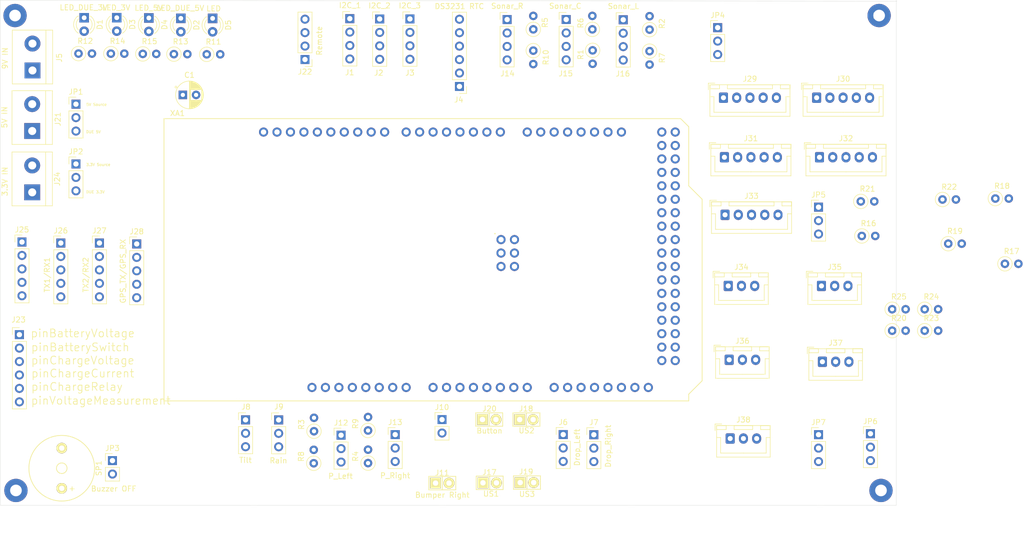
<source format=kicad_pcb>
(kicad_pcb (version 20171130) (host pcbnew "(5.1.9)-1")
  (layers (0 F.Cu signal) (31 B.Cu signal) (34 B.Paste user) (35 F.Paste user) (36 B.SilkS user) (37 F.SilkS user) (38 B.Mask user) (39 F.Mask user) (44 Edge.Cuts user))
  (net 0 "")
  (net 1 SCL1)
  (net 2 SDA1)
  (net 3 GND)
  (net 4 +9V)
  (net 5 pinMotorRightPWM)
  (net 6 pinMotorEnable)
  (net 7 pinMotorRightDir)
  (net 8 pinMotorLeftPWM)
  (net 9 pinMotorLeftDir)
  (net 10 pinMotorMowPWM)
  (net 11 pinMotorMowDir)
  (net 12 pinMotorMowEnable)
  (net 13 pinOdometryRight)
  (net 14 pinOdometryLeft)
  (net 15 pinDropLeft)
  (net 16 pinBumperLeft)
  (net 17 pinBumperRight)
  (net 18 pinDropRight)
  (net 19 pinBuzzer)
  (net 20 pinRemoteSwitch)
  (net 21 pinButton)
  (net 22 pinChargeRelay)
  (net 23 pinUserSwitch3)
  (net 24 pinUserSwitch2)
  (net 25 pinUserSwitch1)
  (net 26 pinRain)
  (net 27 pinSonarLeftEcho)
  (net 28 pinTilt)
  (net 29 pinSonarLeftTrigger)
  (net 30 pinSonarRightEcho)
  (net 31 pinSonarRightTrigger)
  (net 32 pinSonarCenterTrigger)
  (net 33 pinSonarCenterEcho)
  (net 34 pinChargeVoltage)
  (net 35 pinChargeCurrent)
  (net 36 pinVoltageMeasurement)
  (net 37 pinPerimeterLeft)
  (net 38 pinPerimeterRight)
  (net 39 pinBatteryVoltage)
  (net 40 pinRemoteSteer)
  (net 41 pinRemoteMow)
  (net 42 pinLED)
  (net 43 pinRemoteSpeed)
  (net 44 pinBatterySwitch)
  (net 45 SCL0)
  (net 46 SDA0)
  (net 47 "Net-(C1-Pad2)")
  (net 48 TX2)
  (net 49 RX2)
  (net 50 TX1)
  (net 51 RX1)
  (net 52 pinMotorMowRpm)
  (net 53 "Net-(D1-Pad2)")
  (net 54 "Net-(D2-Pad2)")
  (net 55 "Net-(J12-Pad3)")
  (net 56 "Net-(J13-Pad3)")
  (net 57 "Net-(D4-Pad2)")
  (net 58 "Net-(D5-Pad2)")
  (net 59 "Net-(J14-Pad3)")
  (net 60 "Net-(J29-Pad4)")
  (net 61 TX0)
  (net 62 RX0)
  (net 63 GPS_RX)
  (net 64 GPS_TX)
  (net 65 +3V3)
  (net 66 +5V)
  (net 67 DUE_3.3V)
  (net 68 DUE_5V)
  (net 69 pinOdometryRight2)
  (net 70 pinOdometryLeft2)
  (net 71 "Net-(D3-Pad2)")
  (net 72 "Net-(J15-Pad3)")
  (net 73 "Net-(J16-Pad3)")
  (net 74 "Net-(J21-Pad2)")
  (net 75 "Net-(J24-Pad2)")
  (net 76 "Net-(JP3-Pad2)")
  (net 77 pinMotorRight2PWM)
  (net 78 pinMotorLeft2PWM)
  (net 79 "Net-(J37-Pad1)")
  (net 80 "Net-(J38-Pad1)")
  (net 81 "Net-(J33-Pad4)")
  (net 82 "Net-(J34-Pad2)")
  (net 83 "Net-(J34-Pad1)")
  (net 84 "Net-(J35-Pad1)")
  (net 85 "Net-(J36-Pad1)")
  (net 86 "Net-(J38-Pad2)")
  (module Connector_JST:JST_XH_B3B-XH-A_1x03_P2.50mm_Vertical (layer F.Cu) (at 177 118.32)
    (fp_text reference J38 (at 2.5 -3.55) (layer F.SilkS))
    (fp_text value ODOCutter)
    (pad 3 thru_hole oval (at 5 0) (size 1.7 1.95) (drill 0.95) (layers *.Cu *.Mask) (net 3 GND))
    (pad 2 thru_hole oval (at 2.5 0) (size 1.7 1.95) (drill 0.95) (layers *.Cu *.Mask) (net 86 "Net-(J38-Pad2)"))
    (pad 1 thru_hole roundrect (at 0 0) (size 1.7 1.95) (drill 0.95) (layers *.Cu *.Mask) (roundrect_rratio 0.147059) (net 80 "Net-(J38-Pad1)"))
  )
  (module Connector_JST:JST_XH_B3B-XH-A_1x03_P2.50mm_Vertical (layer F.Cu) (at 194.41 103.81)
    (fp_text reference J37 (at 2.5 -3.55) (layer F.SilkS))
    (fp_text value ODOLeft2)
    (pad 3 thru_hole oval (at 5 0) (size 1.7 1.95) (drill 0.95) (layers *.Cu *.Mask) (net 3 GND))
    (pad 2 thru_hole oval (at 2.5 0) (size 1.7 1.95) (drill 0.95) (layers *.Cu *.Mask) (net 82 "Net-(J34-Pad2)"))
    (pad 1 thru_hole roundrect (at 0 0) (size 1.7 1.95) (drill 0.95) (layers *.Cu *.Mask) (roundrect_rratio 0.147059) (net 79 "Net-(J37-Pad1)"))
  )
  (module Connector_JST:JST_XH_B3B-XH-A_1x03_P2.50mm_Vertical (layer F.Cu) (at 176.81 103.44)
    (fp_text reference J36 (at 2.5 -3.55) (layer F.SilkS))
    (fp_text value ODOLeft1)
    (pad 3 thru_hole oval (at 5 0) (size 1.7 1.95) (drill 0.95) (layers *.Cu *.Mask) (net 3 GND))
    (pad 2 thru_hole oval (at 2.5 0) (size 1.7 1.95) (drill 0.95) (layers *.Cu *.Mask) (net 82 "Net-(J34-Pad2)"))
    (pad 1 thru_hole roundrect (at 0 0) (size 1.7 1.95) (drill 0.95) (layers *.Cu *.Mask) (roundrect_rratio 0.147059) (net 85 "Net-(J36-Pad1)"))
  )
  (module Connector_JST:JST_XH_B3B-XH-A_1x03_P2.50mm_Vertical (layer F.Cu) (at 194.23 89.48)
    (fp_text reference J35 (at 2.5 -3.55) (layer F.SilkS))
    (fp_text value ODORight2)
    (pad 3 thru_hole oval (at 5 0) (size 1.7 1.95) (drill 0.95) (layers *.Cu *.Mask) (net 3 GND))
    (pad 2 thru_hole oval (at 2.5 0) (size 1.7 1.95) (drill 0.95) (layers *.Cu *.Mask) (net 82 "Net-(J34-Pad2)"))
    (pad 1 thru_hole roundrect (at 0 0) (size 1.7 1.95) (drill 0.95) (layers *.Cu *.Mask) (roundrect_rratio 0.147059) (net 84 "Net-(J35-Pad1)"))
  )
  (module Connector_JST:JST_XH_B3B-XH-A_1x03_P2.50mm_Vertical (layer F.Cu) (at 176.63 89.48)
    (fp_text reference J34 (at 2.5 -3.55) (layer F.SilkS))
    (fp_text value ODORight1)
    (pad 3 thru_hole oval (at 5 0) (size 1.7 1.95) (drill 0.95) (layers *.Cu *.Mask) (net 3 GND))
    (pad 2 thru_hole oval (at 2.5 0) (size 1.7 1.95) (drill 0.95) (layers *.Cu *.Mask) (net 82 "Net-(J34-Pad2)"))
    (pad 1 thru_hole roundrect (at 0 0) (size 1.7 1.95) (drill 0.95) (layers *.Cu *.Mask) (roundrect_rratio 0.147059) (net 83 "Net-(J34-Pad1)"))
  )
  (module Resistor_THT:R_Axial_DIN0207_L6.3mm_D2.5mm_P2.54mm_Vertical (layer F.Cu) (at 207.58 93.89)
    (fp_text reference R25 (at 1.27 -2.37) (layer F.SilkS))
    (fp_text value 1.5KO)
    (pad 2 thru_hole oval (at 2.54 0) (size 1.6 1.6) (drill 0.8) (layers *.Cu *.Mask) (net 3 GND))
    (pad 1 thru_hole circle (at 0 0) (size 1.6 1.6) (drill 0.8) (layers *.Cu *.Mask) (net 80 "Net-(J38-Pad1)"))
  )
  (module Resistor_THT:R_Axial_DIN0207_L6.3mm_D2.5mm_P2.54mm_Vertical (layer F.Cu) (at 213.72 93.89)
    (fp_text reference R24 (at 1.27 -2.37) (layer F.SilkS))
    (fp_text value 1.5KO)
    (pad 2 thru_hole oval (at 2.54 0) (size 1.6 1.6) (drill 0.8) (layers *.Cu *.Mask) (net 3 GND))
    (pad 1 thru_hole circle (at 0 0) (size 1.6 1.6) (drill 0.8) (layers *.Cu *.Mask) (net 79 "Net-(J37-Pad1)"))
  )
  (module Resistor_THT:R_Axial_DIN0207_L6.3mm_D2.5mm_P2.54mm_Vertical (layer F.Cu) (at 213.72 97.94)
    (fp_text reference R23 (at 1.27 -2.37) (layer F.SilkS))
    (fp_text value 1.5KO)
    (pad 2 thru_hole oval (at 2.54 0) (size 1.6 1.6) (drill 0.8) (layers *.Cu *.Mask) (net 3 GND))
    (pad 1 thru_hole circle (at 0 0) (size 1.6 1.6) (drill 0.8) (layers *.Cu *.Mask) (net 85 "Net-(J36-Pad1)"))
  )
  (module Resistor_THT:R_Axial_DIN0207_L6.3mm_D2.5mm_P2.54mm_Vertical (layer F.Cu) (at 217.08 73.15)
    (fp_text reference R22 (at 1.27 -2.37) (layer F.SilkS))
    (fp_text value 1.5KO)
    (pad 2 thru_hole oval (at 2.54 0) (size 1.6 1.6) (drill 0.8) (layers *.Cu *.Mask) (net 3 GND))
    (pad 1 thru_hole circle (at 0 0) (size 1.6 1.6) (drill 0.8) (layers *.Cu *.Mask) (net 84 "Net-(J35-Pad1)"))
  )
  (module Resistor_THT:R_Axial_DIN0207_L6.3mm_D2.5mm_P2.54mm_Vertical (layer F.Cu) (at 207.58 97.94)
    (fp_text reference R20 (at 1.27 -2.37) (layer F.SilkS))
    (fp_text value 1KO)
    (pad 2 thru_hole oval (at 2.54 0) (size 1.6 1.6) (drill 0.8) (layers *.Cu *.Mask) (net 80 "Net-(J38-Pad1)"))
    (pad 1 thru_hole circle (at 0 0) (size 1.6 1.6) (drill 0.8) (layers *.Cu *.Mask) (net 52 pinMotorMowRpm))
  )
  (module Resistor_THT:R_Axial_DIN0207_L6.3mm_D2.5mm_P2.54mm_Vertical (layer F.Cu) (at 218.17 81.5)
    (fp_text reference R19 (at 1.27 -2.37) (layer F.SilkS))
    (fp_text value 1KO)
    (pad 2 thru_hole oval (at 2.54 0) (size 1.6 1.6) (drill 0.8) (layers *.Cu *.Mask) (net 79 "Net-(J37-Pad1)"))
    (pad 1 thru_hole circle (at 0 0) (size 1.6 1.6) (drill 0.8) (layers *.Cu *.Mask) (net 70 pinOdometryLeft2))
  )
  (module Resistor_THT:R_Axial_DIN0207_L6.3mm_D2.5mm_P2.54mm_Vertical (layer F.Cu) (at 227.06 72.97)
    (fp_text reference R18 (at 1.27 -2.37) (layer F.SilkS))
    (fp_text value 1KO)
    (pad 2 thru_hole oval (at 2.54 0) (size 1.6 1.6) (drill 0.8) (layers *.Cu *.Mask) (net 85 "Net-(J36-Pad1)"))
    (pad 1 thru_hole circle (at 0 0) (size 1.6 1.6) (drill 0.8) (layers *.Cu *.Mask) (net 14 pinOdometryLeft))
  )
  (module Resistor_THT:R_Axial_DIN0207_L6.3mm_D2.5mm_P2.54mm_Vertical (layer F.Cu) (at 228.87 85.3)
    (fp_text reference R17 (at 1.27 -2.37) (layer F.SilkS))
    (fp_text value 1KO)
    (pad 2 thru_hole oval (at 2.54 0) (size 1.6 1.6) (drill 0.8) (layers *.Cu *.Mask) (net 84 "Net-(J35-Pad1)"))
    (pad 1 thru_hole circle (at 0 0) (size 1.6 1.6) (drill 0.8) (layers *.Cu *.Mask) (net 69 pinOdometryRight2))
  )
  (module Connector_PinHeader_2.54mm:PinHeader_1x03_P2.54mm_Vertical (layer F.Cu) (at 193.68 117.59)
    (fp_text reference JP7 (at 0 -2.33) (layer F.SilkS))
    (fp_text value CRPM_Power)
    (pad 3 thru_hole oval (at 0 5.08) (size 1.7 1.7) (drill 1) (layers *.Cu *.Mask) (net 66 +5V))
    (pad 2 thru_hole oval (at 0 2.54) (size 1.7 1.7) (drill 1) (layers *.Cu *.Mask) (net 86 "Net-(J38-Pad2)"))
    (pad 1 thru_hole rect (at 0 0) (size 1.7 1.7) (drill 1) (layers *.Cu *.Mask) (net 65 +3V3))
  )
  (module Connector_PinHeader_2.54mm:PinHeader_1x03_P2.54mm_Vertical (layer F.Cu) (at 203.48 117.41)
    (fp_text reference JP6 (at 0 -2.33) (layer F.SilkS))
    (fp_text value ODO_Power)
    (pad 3 thru_hole oval (at 0 5.08) (size 1.7 1.7) (drill 1) (layers *.Cu *.Mask) (net 66 +5V))
    (pad 2 thru_hole oval (at 0 2.54) (size 1.7 1.7) (drill 1) (layers *.Cu *.Mask) (net 82 "Net-(J34-Pad2)"))
    (pad 1 thru_hole rect (at 0 0) (size 1.7 1.7) (drill 1) (layers *.Cu *.Mask) (net 65 +3V3))
  )
  (module Connector_PinHeader_2.54mm:PinHeader_1x03_P2.54mm_Vertical (layer F.Cu) (at 193.68 74.6)
    (fp_text reference JP5 (at 0 -2.33) (layer F.SilkS))
    (fp_text value Cutter_Power)
    (pad 3 thru_hole oval (at 0 5.08) (size 1.7 1.7) (drill 1) (layers *.Cu *.Mask) (net 66 +5V))
    (pad 2 thru_hole oval (at 0 2.54) (size 1.7 1.7) (drill 1) (layers *.Cu *.Mask) (net 81 "Net-(J33-Pad4)"))
    (pad 1 thru_hole rect (at 0 0) (size 1.7 1.7) (drill 1) (layers *.Cu *.Mask) (net 65 +3V3))
  )
  (module Connector_PinHeader_2.54mm:PinHeader_1x03_P2.54mm_Vertical (layer F.Cu) (at 174.64 40.68)
    (fp_text reference JP4 (at 0 -2.33) (layer F.SilkS))
    (fp_text value Motor_Driver_Power)
    (pad 3 thru_hole oval (at 0 5.08) (size 1.7 1.7) (drill 1) (layers *.Cu *.Mask) (net 66 +5V))
    (pad 2 thru_hole oval (at 0 2.54) (size 1.7 1.7) (drill 1) (layers *.Cu *.Mask) (net 60 "Net-(J29-Pad4)"))
    (pad 1 thru_hole rect (at 0 0) (size 1.7 1.7) (drill 1) (layers *.Cu *.Mask) (net 65 +3V3))
  )
  (module Connector_JST:JST_XH_B5B-XH-A_1x05_P2.50mm_Vertical (layer F.Cu) (at 176.03 76.05)
    (fp_text reference J33 (at 5 -3.55) (layer F.SilkS))
    (fp_text value Cutter_Motor)
    (pad 5 thru_hole oval (at 10 0) (size 1.7 1.95) (drill 0.95) (layers *.Cu *.Mask) (net 3 GND))
    (pad 4 thru_hole oval (at 7.5 0) (size 1.7 1.95) (drill 0.95) (layers *.Cu *.Mask) (net 81 "Net-(J33-Pad4)"))
    (pad 3 thru_hole oval (at 5 0) (size 1.7 1.95) (drill 0.95) (layers *.Cu *.Mask) (net 12 pinMotorMowEnable))
    (pad 2 thru_hole oval (at 2.5 0) (size 1.7 1.95) (drill 0.95) (layers *.Cu *.Mask) (net 11 pinMotorMowDir))
    (pad 1 thru_hole roundrect (at 0 0) (size 1.7 1.95) (drill 0.95) (layers *.Cu *.Mask) (roundrect_rratio 0.147059) (net 10 pinMotorMowPWM))
  )
  (module Connector_JST:JST_XH_B5B-XH-A_1x05_P2.50mm_Vertical (layer F.Cu) (at 193.86 65.17)
    (fp_text reference J32 (at 5 -3.55) (layer F.SilkS))
    (fp_text value Motor_Left2)
    (pad 5 thru_hole oval (at 10 0) (size 1.7 1.95) (drill 0.95) (layers *.Cu *.Mask) (net 3 GND))
    (pad 4 thru_hole oval (at 7.5 0) (size 1.7 1.95) (drill 0.95) (layers *.Cu *.Mask) (net 60 "Net-(J29-Pad4)"))
    (pad 3 thru_hole oval (at 5 0) (size 1.7 1.95) (drill 0.95) (layers *.Cu *.Mask))
    (pad 2 thru_hole oval (at 2.5 0) (size 1.7 1.95) (drill 0.95) (layers *.Cu *.Mask) (net 9 pinMotorLeftDir))
    (pad 1 thru_hole roundrect (at 0 0) (size 1.7 1.95) (drill 0.95) (layers *.Cu *.Mask) (roundrect_rratio 0.147059) (net 78 pinMotorLeft2PWM))
  )
  (module Connector_JST:JST_XH_B5B-XH-A_1x05_P2.50mm_Vertical (layer F.Cu) (at 175.91 65.17)
    (fp_text reference J31 (at 5 -3.55) (layer F.SilkS))
    (fp_text value Motor_Left1)
    (pad 5 thru_hole oval (at 10 0) (size 1.7 1.95) (drill 0.95) (layers *.Cu *.Mask) (net 3 GND))
    (pad 4 thru_hole oval (at 7.5 0) (size 1.7 1.95) (drill 0.95) (layers *.Cu *.Mask) (net 60 "Net-(J29-Pad4)"))
    (pad 3 thru_hole oval (at 5 0) (size 1.7 1.95) (drill 0.95) (layers *.Cu *.Mask) (net 6 pinMotorEnable))
    (pad 2 thru_hole oval (at 2.5 0) (size 1.7 1.95) (drill 0.95) (layers *.Cu *.Mask) (net 9 pinMotorLeftDir))
    (pad 1 thru_hole roundrect (at 0 0) (size 1.7 1.95) (drill 0.95) (layers *.Cu *.Mask) (roundrect_rratio 0.147059) (net 8 pinMotorLeftPWM))
  )
  (module Connector_JST:JST_XH_B5B-XH-A_1x05_P2.50mm_Vertical (layer F.Cu) (at 193.32 53.92)
    (fp_text reference J30 (at 5 -3.55) (layer F.SilkS))
    (fp_text value Motor_Right2)
    (pad 5 thru_hole oval (at 10 0) (size 1.7 1.95) (drill 0.95) (layers *.Cu *.Mask) (net 3 GND))
    (pad 4 thru_hole oval (at 7.5 0) (size 1.7 1.95) (drill 0.95) (layers *.Cu *.Mask) (net 60 "Net-(J29-Pad4)"))
    (pad 3 thru_hole oval (at 5 0) (size 1.7 1.95) (drill 0.95) (layers *.Cu *.Mask))
    (pad 2 thru_hole oval (at 2.5 0) (size 1.7 1.95) (drill 0.95) (layers *.Cu *.Mask) (net 7 pinMotorRightDir))
    (pad 1 thru_hole roundrect (at 0 0) (size 1.7 1.95) (drill 0.95) (layers *.Cu *.Mask) (roundrect_rratio 0.147059) (net 77 pinMotorRight2PWM))
  )
  (module Connector_JST:JST_XH_B5B-XH-A_1x05_P2.50mm_Vertical (layer F.Cu) (at 175.73 53.92)
    (fp_text reference J29 (at 5 -3.55) (layer F.SilkS))
    (fp_text value Motor_Right1)
    (pad 5 thru_hole oval (at 10 0) (size 1.7 1.95) (drill 0.95) (layers *.Cu *.Mask) (net 3 GND))
    (pad 4 thru_hole oval (at 7.5 0) (size 1.7 1.95) (drill 0.95) (layers *.Cu *.Mask) (net 60 "Net-(J29-Pad4)"))
    (pad 3 thru_hole oval (at 5 0) (size 1.7 1.95) (drill 0.95) (layers *.Cu *.Mask) (net 6 pinMotorEnable))
    (pad 2 thru_hole oval (at 2.5 0) (size 1.7 1.95) (drill 0.95) (layers *.Cu *.Mask) (net 7 pinMotorRightDir))
    (pad 1 thru_hole roundrect (at 0 0) (size 1.7 1.95) (drill 0.95) (layers *.Cu *.Mask) (roundrect_rratio 0.147059) (net 5 pinMotorRightPWM))
  )
  (module Resistor_THT:R_Axial_DIN0207_L6.3mm_D2.5mm_P2.54mm_Vertical (layer F.Cu) (at 201.66 73.51)
    (fp_text reference R21 (at 1.27 -2.37) (layer F.SilkS))
    (fp_text value 1.5KO)
    (pad 2 thru_hole oval (at 2.54 0) (size 1.6 1.6) (drill 0.8) (layers *.Cu *.Mask) (net 3 GND))
    (pad 1 thru_hole circle (at 0 0) (size 1.6 1.6) (drill 0.8) (layers *.Cu *.Mask) (net 83 "Net-(J34-Pad1)"))
  )
  (module Resistor_THT:R_Axial_DIN0207_L6.3mm_D2.5mm_P2.54mm_Vertical (layer F.Cu) (at 201.85 80.04)
    (fp_text reference R16 (at 1.27 -2.37) (layer F.SilkS))
    (fp_text value 1KO)
    (pad 2 thru_hole oval (at 2.54 0) (size 1.6 1.6) (drill 0.8) (layers *.Cu *.Mask) (net 83 "Net-(J34-Pad1)"))
    (pad 1 thru_hole circle (at 0 0) (size 1.6 1.6) (drill 0.8) (layers *.Cu *.Mask) (net 13 pinOdometryRight))
  )
  (module Connector_PinHeader_2.54mm:PinHeader_1x03_P2.54mm_Vertical (layer F.Cu) (at 103.54 117.69)
    (fp_text reference J12 (at 0 -2.33) (layer F.SilkS))
    (fp_text value P_Left (at -0.1 7.74) (layer F.SilkS))
    (pad 3 thru_hole oval (at 0 5.08) (size 1.7 1.7) (drill 1) (layers *.Cu *.Mask) (net 55 "Net-(J12-Pad3)"))
    (pad 2 thru_hole oval (at 0 2.54) (size 1.7 1.7) (drill 1) (layers *.Cu *.Mask) (net 3 GND))
    (pad 1 thru_hole rect (at 0 0) (size 1.7 1.7) (drill 1) (layers *.Cu *.Mask) (net 66 +5V))
  )
  (module Connector_PinHeader_2.54mm:PinHeader_1x03_P2.54mm_Vertical (layer F.Cu) (at 113.76 117.58)
    (fp_text reference J13 (at 0 -2.33) (layer F.SilkS))
    (fp_text value P_Right (at 0 7.74) (layer F.SilkS))
    (pad 1 thru_hole rect (at 0 0) (size 1.7 1.7) (drill 1) (layers *.Cu *.Mask) (net 66 +5V))
    (pad 2 thru_hole oval (at 0 2.54) (size 1.7 1.7) (drill 1) (layers *.Cu *.Mask) (net 3 GND))
    (pad 3 thru_hole oval (at 0 5.08) (size 1.7 1.7) (drill 1) (layers *.Cu *.Mask) (net 56 "Net-(J13-Pad3)"))
  )
  (module Connector_PinHeader_2.54mm:PinHeader_1x04_P2.54mm_Vertical (layer F.Cu) (at 134.89 39.15)
    (fp_text reference J14 (at 0.07 10.21) (layer F.SilkS))
    (fp_text value Sonar_R (at 0.02 -2.55) (layer F.SilkS))
    (pad 4 thru_hole oval (at 0 7.62) (size 1.7 1.7) (drill 1) (layers *.Cu *.Mask) (net 31 pinSonarRightTrigger))
    (pad 3 thru_hole oval (at 0 5.08) (size 1.7 1.7) (drill 1) (layers *.Cu *.Mask) (net 59 "Net-(J14-Pad3)"))
    (pad 2 thru_hole oval (at 0 2.54) (size 1.7 1.7) (drill 1) (layers *.Cu *.Mask) (net 3 GND))
    (pad 1 thru_hole rect (at 0 0) (size 1.7 1.7) (drill 1) (layers *.Cu *.Mask) (net 66 +5V))
  )
  (module Connector_PinHeader_2.54mm:PinHeader_1x04_P2.54mm_Vertical (layer F.Cu) (at 146.04 39.14)
    (fp_text reference J15 (at -0.08 10.22) (layer F.SilkS))
    (fp_text value Sonar_C (at -0.18 -2.54) (layer F.SilkS))
    (pad 4 thru_hole oval (at 0 7.62) (size 1.7 1.7) (drill 1) (layers *.Cu *.Mask) (net 32 pinSonarCenterTrigger))
    (pad 3 thru_hole oval (at 0 5.08) (size 1.7 1.7) (drill 1) (layers *.Cu *.Mask) (net 72 "Net-(J15-Pad3)"))
    (pad 2 thru_hole oval (at 0 2.54) (size 1.7 1.7) (drill 1) (layers *.Cu *.Mask) (net 3 GND))
    (pad 1 thru_hole rect (at 0 0) (size 1.7 1.7) (drill 1) (layers *.Cu *.Mask) (net 66 +5V))
  )
  (module Connector_PinHeader_2.54mm:PinHeader_1x02_P2.54mm_Vertical (layer F.Cu) (at 122.6 114.74)
    (fp_text reference J10 (at 0 -2.33) (layer F.SilkS))
    (fp_text value "Bumper Left")
    (pad 2 thru_hole oval (at 0 2.54) (size 1.7 1.7) (drill 1) (layers *.Cu *.Mask) (net 16 pinBumperLeft))
    (pad 1 thru_hole rect (at 0 0) (size 1.7 1.7) (drill 1) (layers *.Cu *.Mask) (net 3 GND))
  )
  (module Zimprich:Pin_Header_KK110_1x02_3D (layer F.Cu) (at 131.51 114.73)
    (fp_text reference J20 (at 0.05 -2.04) (layer F.SilkS))
    (fp_text value Button (at 0.05 2.13) (layer F.SilkS))
    (pad 2 thru_hole oval (at 1.27 0) (size 2.032 2.032) (drill 1.016) (layers *.Cu *.Mask F.SilkS) (net 21 pinButton))
    (pad 1 thru_hole rect (at -1.27 0) (size 2.032 2.032) (drill 1.016) (layers *.Cu *.Mask F.SilkS) (net 3 GND))
  )
  (module TerminalBlock:TerminalBlock_bornier-2_P5.08mm (layer F.Cu) (at 45.23 60.21 90)
    (fp_text reference J21 (at 2.24 4.85 90) (layer F.SilkS))
    (fp_text value "5V IN" (at 2.59 -5.22 90) (layer F.SilkS))
    (pad 2 thru_hole circle (at 5.08 0 90) (size 3 3) (drill 1.52) (layers *.Cu *.Mask) (net 74 "Net-(J21-Pad2)"))
    (pad 1 thru_hole rect (at 0 0 90) (size 3 3) (drill 1.52) (layers *.Cu *.Mask) (net 3 GND))
  )
  (module Connector_PinHeader_2.54mm:PinHeader_1x04_P2.54mm_Vertical (layer F.Cu) (at 96.73 46.7 180)
    (fp_text reference J22 (at 0 -2.33) (layer F.SilkS))
    (fp_text value Remote (at -2.71 3.54 90) (layer F.SilkS))
    (pad 1 thru_hole rect (at 0 0 180) (size 1.7 1.7) (drill 1) (layers *.Cu *.Mask) (net 43 pinRemoteSpeed))
    (pad 2 thru_hole oval (at 0 2.54 180) (size 1.7 1.7) (drill 1) (layers *.Cu *.Mask) (net 40 pinRemoteSteer))
    (pad 3 thru_hole oval (at 0 5.08 180) (size 1.7 1.7) (drill 1) (layers *.Cu *.Mask) (net 41 pinRemoteMow))
    (pad 4 thru_hole oval (at 0 7.62 180) (size 1.7 1.7) (drill 1) (layers *.Cu *.Mask) (net 20 pinRemoteSwitch))
  )
  (module Connector_PinHeader_2.54mm:PinHeader_1x06_P2.54mm_Vertical (layer F.Cu) (at 42.81 98.69)
    (fp_text reference J23 (at -0.15 -2.82) (layer F.SilkS))
    (fp_text value PCB_2)
    (pad 6 thru_hole oval (at 0 12.7) (size 1.7 1.7) (drill 1) (layers *.Cu *.Mask) (net 36 pinVoltageMeasurement))
    (pad 5 thru_hole oval (at 0 10.16) (size 1.7 1.7) (drill 1) (layers *.Cu *.Mask) (net 22 pinChargeRelay))
    (pad 4 thru_hole oval (at 0 7.62) (size 1.7 1.7) (drill 1) (layers *.Cu *.Mask) (net 35 pinChargeCurrent))
    (pad 3 thru_hole oval (at 0 5.08) (size 1.7 1.7) (drill 1) (layers *.Cu *.Mask) (net 34 pinChargeVoltage))
    (pad 2 thru_hole oval (at 0 2.54) (size 1.7 1.7) (drill 1) (layers *.Cu *.Mask) (net 44 pinBatterySwitch))
    (pad 1 thru_hole rect (at 0 0) (size 1.7 1.7) (drill 1) (layers *.Cu *.Mask) (net 39 pinBatteryVoltage))
  )
  (module TerminalBlock:TerminalBlock_bornier-2_P5.08mm (layer F.Cu) (at 45.23 71.8 90)
    (fp_text reference J24 (at 2.52 4.73 90) (layer F.SilkS))
    (fp_text value "3.3V IN" (at 2.05 -5.16 90) (layer F.SilkS))
    (pad 2 thru_hole circle (at 5.08 0 90) (size 3 3) (drill 1.52) (layers *.Cu *.Mask) (net 75 "Net-(J24-Pad2)"))
    (pad 1 thru_hole rect (at 0 0 90) (size 3 3) (drill 1.52) (layers *.Cu *.Mask) (net 3 GND))
  )
  (module Zimprich:Pin_Header_KK110_1x02_3D (layer F.Cu) (at 122.65 126.74)
    (fp_text reference J11 (at -0.03 -1.93) (layer F.SilkS))
    (fp_text value "Bumper Right" (at 0.01 2.25) (layer F.SilkS))
    (pad 2 thru_hole oval (at 1.27 0) (size 2.032 2.032) (drill 1.016) (layers *.Cu *.Mask F.SilkS) (net 17 pinBumperRight))
    (pad 1 thru_hole rect (at -1.27 0) (size 2.032 2.032) (drill 1.016) (layers *.Cu *.Mask F.SilkS) (net 3 GND))
  )
  (module Connector_PinHeader_2.54mm:PinHeader_1x02_P2.54mm_Vertical (layer F.Cu) (at 60.38 122.49)
    (fp_text reference JP3 (at 0 -2.33) (layer F.SilkS))
    (fp_text value "Buzzer OFF" (at 0.23 5.32) (layer F.SilkS))
    (pad 2 thru_hole oval (at 0 2.54) (size 1.7 1.7) (drill 1) (layers *.Cu *.Mask) (net 76 "Net-(JP3-Pad2)"))
    (pad 1 thru_hole rect (at 0 0) (size 1.7 1.7) (drill 1) (layers *.Cu *.Mask) (net 19 pinBuzzer))
  )
  (module Connector_PinHeader_2.54mm:PinHeader_1x05_P2.54mm_Vertical (layer F.Cu) (at 64.96 81.55)
    (fp_text reference J28 (at 0 -2.33) (layer F.SilkS))
    (fp_text value GPS_TX/GPS_RX (at -2.58 5.15 90) (layer F.SilkS))
    (pad 5 thru_hole oval (at 0 10.16) (size 1.7 1.7) (drill 1) (layers *.Cu *.Mask) (net 66 +5V))
    (pad 4 thru_hole oval (at 0 7.62) (size 1.7 1.7) (drill 1) (layers *.Cu *.Mask) (net 64 GPS_TX))
    (pad 3 thru_hole oval (at 0 5.08) (size 1.7 1.7) (drill 1) (layers *.Cu *.Mask) (net 63 GPS_RX))
    (pad 2 thru_hole oval (at 0 2.54) (size 1.7 1.7) (drill 1) (layers *.Cu *.Mask) (net 3 GND))
    (pad 1 thru_hole rect (at 0 0) (size 1.7 1.7) (drill 1) (layers *.Cu *.Mask) (net 65 +3V3))
  )
  (module Connector_PinHeader_2.54mm:PinHeader_1x05_P2.54mm_Vertical (layer F.Cu) (at 57.92 81.38)
    (fp_text reference J27 (at 0 -2.33) (layer F.SilkS))
    (fp_text value TX2/RX2 (at -2.57 6.01 90) (layer F.SilkS))
    (pad 5 thru_hole oval (at 0 10.16) (size 1.7 1.7) (drill 1) (layers *.Cu *.Mask) (net 66 +5V))
    (pad 4 thru_hole oval (at 0 7.62) (size 1.7 1.7) (drill 1) (layers *.Cu *.Mask) (net 48 TX2))
    (pad 3 thru_hole oval (at 0 5.08) (size 1.7 1.7) (drill 1) (layers *.Cu *.Mask) (net 49 RX2))
    (pad 2 thru_hole oval (at 0 2.54) (size 1.7 1.7) (drill 1) (layers *.Cu *.Mask) (net 3 GND))
    (pad 1 thru_hole rect (at 0 0) (size 1.7 1.7) (drill 1) (layers *.Cu *.Mask) (net 65 +3V3))
  )
  (module Connector_PinHeader_2.54mm:PinHeader_1x05_P2.54mm_Vertical (layer F.Cu) (at 50.63 81.38)
    (fp_text reference J26 (at 0 -2.33) (layer F.SilkS))
    (fp_text value TX1/RX1 (at -2.58 6.01 90) (layer F.SilkS))
    (pad 5 thru_hole oval (at 0 10.16) (size 1.7 1.7) (drill 1) (layers *.Cu *.Mask) (net 66 +5V))
    (pad 4 thru_hole oval (at 0 7.62) (size 1.7 1.7) (drill 1) (layers *.Cu *.Mask) (net 50 TX1))
    (pad 3 thru_hole oval (at 0 5.08) (size 1.7 1.7) (drill 1) (layers *.Cu *.Mask) (net 51 RX1))
    (pad 2 thru_hole oval (at 0 2.54) (size 1.7 1.7) (drill 1) (layers *.Cu *.Mask) (net 3 GND))
    (pad 1 thru_hole rect (at 0 0) (size 1.7 1.7) (drill 1) (layers *.Cu *.Mask) (net 65 +3V3))
  )
  (module LED_THT:LED_D3.0mm (layer F.Cu) (at 79.29 38.93 270)
    (fp_text reference D5 (at 1.27 -2.96 90) (layer F.SilkS))
    (fp_text value LED (at -1.85 -0.19) (layer F.SilkS))
    (pad 2 thru_hole circle (at 2.54 0 270) (size 1.8 1.8) (drill 0.9) (layers *.Cu *.Mask) (net 58 "Net-(D5-Pad2)"))
    (pad 1 thru_hole rect (at 0 0 270) (size 1.8 1.8) (drill 0.9) (layers *.Cu *.Mask) (net 3 GND))
  )
  (module Connector_PinHeader_2.54mm:PinHeader_1x03_P2.54mm_Vertical (layer F.Cu) (at 53.49 66.44)
    (fp_text reference JP2 (at 0 -2.33) (layer F.SilkS))
    (fp_text value Jumper_3.3V)
    (pad 3 thru_hole oval (at 0 5.08) (size 1.7 1.7) (drill 1) (layers *.Cu *.Mask) (net 67 DUE_3.3V))
    (pad 2 thru_hole oval (at 0 2.54) (size 1.7 1.7) (drill 1) (layers *.Cu *.Mask) (net 65 +3V3))
    (pad 1 thru_hole rect (at 0 0) (size 1.7 1.7) (drill 1) (layers *.Cu *.Mask) (net 75 "Net-(J24-Pad2)"))
  )
  (module Connector_PinHeader_2.54mm:PinHeader_1x03_P2.54mm_Vertical (layer F.Cu) (at 53.49 55.14)
    (fp_text reference JP1 (at 0 -2.33) (layer F.SilkS))
    (fp_text value Jumper_5V)
    (pad 3 thru_hole oval (at 0 5.08) (size 1.7 1.7) (drill 1) (layers *.Cu *.Mask) (net 68 DUE_5V))
    (pad 2 thru_hole oval (at 0 2.54) (size 1.7 1.7) (drill 1) (layers *.Cu *.Mask) (net 66 +5V))
    (pad 1 thru_hole rect (at 0 0) (size 1.7 1.7) (drill 1) (layers *.Cu *.Mask) (net 74 "Net-(J21-Pad2)"))
  )
  (module Connector_PinHeader_2.54mm:PinHeader_1x05_P2.54mm_Vertical (layer F.Cu) (at 43.3 81.19)
    (fp_text reference J25 (at 0 -2.33) (layer F.SilkS))
    (fp_text value TX0/RX0)
    (pad 5 thru_hole oval (at 0 10.16) (size 1.7 1.7) (drill 1) (layers *.Cu *.Mask) (net 66 +5V))
    (pad 4 thru_hole oval (at 0 7.62) (size 1.7 1.7) (drill 1) (layers *.Cu *.Mask) (net 61 TX0))
    (pad 3 thru_hole oval (at 0 5.08) (size 1.7 1.7) (drill 1) (layers *.Cu *.Mask) (net 62 RX0))
    (pad 2 thru_hole oval (at 0 2.54) (size 1.7 1.7) (drill 1) (layers *.Cu *.Mask) (net 3 GND))
    (pad 1 thru_hole rect (at 0 0) (size 1.7 1.7) (drill 1) (layers *.Cu *.Mask) (net 65 +3V3))
  )
  (module Resistor_THT:R_Axial_DIN0207_L6.3mm_D2.5mm_P2.54mm_Vertical (layer F.Cu) (at 71.98 45.68)
    (fp_text reference R13 (at 1.27 -2.37) (layer F.SilkS))
    (fp_text value 220)
    (pad 2 thru_hole oval (at 2.54 0) (size 1.6 1.6) (drill 0.8) (layers *.Cu *.Mask) (net 68 DUE_5V))
    (pad 1 thru_hole circle (at 0 0) (size 1.6 1.6) (drill 0.8) (layers *.Cu *.Mask) (net 54 "Net-(D2-Pad2)"))
  )
  (module Resistor_THT:R_Axial_DIN0207_L6.3mm_D2.5mm_P2.54mm_Vertical (layer F.Cu) (at 53.97 45.58)
    (fp_text reference R12 (at 1.27 -2.37) (layer F.SilkS))
    (fp_text value 100)
    (pad 2 thru_hole oval (at 2.54 0) (size 1.6 1.6) (drill 0.8) (layers *.Cu *.Mask) (net 67 DUE_3.3V))
    (pad 1 thru_hole circle (at 0 0) (size 1.6 1.6) (drill 0.8) (layers *.Cu *.Mask) (net 53 "Net-(D1-Pad2)"))
  )
  (module LED_THT:LED_D3.0mm (layer F.Cu) (at 73.29 38.92 270)
    (fp_text reference D2 (at 1.27 -2.96 90) (layer F.SilkS))
    (fp_text value LED_DUE_5V (at -1.93 0.1) (layer F.SilkS))
    (pad 2 thru_hole circle (at 2.54 0 270) (size 1.8 1.8) (drill 0.9) (layers *.Cu *.Mask) (net 54 "Net-(D2-Pad2)"))
    (pad 1 thru_hole rect (at 0 0 270) (size 1.8 1.8) (drill 0.9) (layers *.Cu *.Mask) (net 3 GND))
  )
  (module LED_THT:LED_D3.0mm (layer F.Cu) (at 55.04 38.81 270)
    (fp_text reference D1 (at 1.27 -2.96 90) (layer F.SilkS))
    (fp_text value LED_DUE_3V (at -1.93 0.11) (layer F.SilkS))
    (pad 2 thru_hole circle (at 2.54 0 270) (size 1.8 1.8) (drill 0.9) (layers *.Cu *.Mask) (net 53 "Net-(D1-Pad2)"))
    (pad 1 thru_hole rect (at 0 0 270) (size 1.8 1.8) (drill 0.9) (layers *.Cu *.Mask) (net 3 GND))
  )
  (module MountingHole:MountingHole_2.2mm_M2_Pad_TopBottom (layer F.Cu) (at 42.16 128.13)
    (fp_text reference H4 (at 0.13 0) (layer F.SilkS))
    (fp_text value MountingHole_Pad)
    (pad 1 connect circle (at 0 0) (size 4.4 4.4) (layers B.Cu B.Mask) (net 3 GND))
    (pad 1 connect circle (at 0 0) (size 4.4 4.4) (layers F.Cu F.Mask) (net 3 GND))
    (pad 1 thru_hole circle (at 0 0) (size 2.6 2.6) (drill 2.2) (layers *.Cu *.Mask) (net 3 GND))
  )
  (module MountingHole:MountingHole_2.2mm_M2_Pad_TopBottom (layer F.Cu) (at 205.47 128.13)
    (fp_text reference H3 (at 0.05 0.15) (layer F.SilkS))
    (fp_text value MountingHole_Pad)
    (pad 1 connect circle (at 0 0) (size 4.4 4.4) (layers B.Cu B.Mask) (net 3 GND))
    (pad 1 connect circle (at 0 0) (size 4.4 4.4) (layers F.Cu F.Mask) (net 3 GND))
    (pad 1 thru_hole circle (at 0 0) (size 2.6 2.6) (drill 2.2) (layers *.Cu *.Mask) (net 3 GND))
  )
  (module MountingHole:MountingHole_2.2mm_M2_Pad_TopBottom (layer F.Cu) (at 205.12 38.39)
    (fp_text reference H2 (at -0.2 0.06) (layer F.SilkS))
    (fp_text value MountingHole_Pad)
    (pad 1 connect circle (at 0 0) (size 4.4 4.4) (layers B.Cu B.Mask) (net 3 GND))
    (pad 1 connect circle (at 0 0) (size 4.4 4.4) (layers F.Cu F.Mask) (net 3 GND))
    (pad 1 thru_hole circle (at 0 0) (size 2.6 2.6) (drill 2.2) (layers *.Cu *.Mask) (net 3 GND))
  )
  (module MountingHole:MountingHole_2.2mm_M2_Pad_TopBottom (layer F.Cu) (at 41.99 38.39)
    (fp_text reference H1 (at 0.15 -0.05) (layer F.SilkS))
    (fp_text value MountingHole_Pad)
    (pad 1 connect circle (at 0 0) (size 4.4 4.4) (layers B.Cu B.Mask) (net 3 GND))
    (pad 1 connect circle (at 0 0) (size 4.4 4.4) (layers F.Cu F.Mask) (net 3 GND))
    (pad 1 thru_hole circle (at 0 0) (size 2.6 2.6) (drill 2.2) (layers *.Cu *.Mask) (net 3 GND))
  )
  (module Zimprich:Pin_Header_KK110_1x02_3D (layer F.Cu) (at 138.63 126.64)
    (fp_text reference J19 (at -0.15 -2.04) (layer F.SilkS))
    (fp_text value US3 (at 0.02 2.18) (layer F.SilkS))
    (pad 2 thru_hole oval (at 1.27 0) (size 2.032 2.032) (drill 1.016) (layers *.Cu *.Mask F.SilkS) (net 23 pinUserSwitch3))
    (pad 1 thru_hole rect (at -1.27 0) (size 2.032 2.032) (drill 1.016) (layers *.Cu *.Mask F.SilkS) (net 3 GND))
  )
  (module Connector_PinHeader_2.54mm:PinHeader_1x04_P2.54mm_Vertical (layer F.Cu) (at 156.81 39.19)
    (fp_text reference J16 (at -0.07 10.21) (layer F.SilkS))
    (fp_text value Sonar_L (at 0.03 -2.55) (layer F.SilkS))
    (pad 4 thru_hole oval (at 0 7.62) (size 1.7 1.7) (drill 1) (layers *.Cu *.Mask) (net 29 pinSonarLeftTrigger))
    (pad 3 thru_hole oval (at 0 5.08) (size 1.7 1.7) (drill 1) (layers *.Cu *.Mask) (net 73 "Net-(J16-Pad3)"))
    (pad 2 thru_hole oval (at 0 2.54) (size 1.7 1.7) (drill 1) (layers *.Cu *.Mask) (net 3 GND))
    (pad 1 thru_hole rect (at 0 0) (size 1.7 1.7) (drill 1) (layers *.Cu *.Mask) (net 66 +5V))
  )
  (module TerminalBlock:TerminalBlock_bornier-2_P5.08mm (layer F.Cu) (at 45.28 48.77 90)
    (fp_text reference J5 (at 2.39 5.06 90) (layer F.SilkS))
    (fp_text value "9V IN" (at 2.3 -5.18 90) (layer F.SilkS))
    (pad 2 thru_hole circle (at 5.08 0 90) (size 3 3) (drill 1.52) (layers *.Cu *.Mask) (net 4 +9V))
    (pad 1 thru_hole rect (at 0 0 90) (size 3 3) (drill 1.52) (layers *.Cu *.Mask) (net 3 GND))
  )
  (module Connector_PinHeader_2.54mm:PinHeader_1x06_P2.54mm_Vertical (layer F.Cu) (at 125.89 51.79 180)
    (fp_text reference J4 (at 0.13 -2.52) (layer F.SilkS))
    (fp_text value "DS3231 RTC" (at 0.02 15.14) (layer F.SilkS))
    (pad 6 thru_hole oval (at 0 12.7 180) (size 1.7 1.7) (drill 1) (layers *.Cu *.Mask) (net 3 GND))
    (pad 5 thru_hole oval (at 0 10.16 180) (size 1.7 1.7) (drill 1) (layers *.Cu *.Mask) (net 65 +3V3))
    (pad 4 thru_hole oval (at 0 7.62 180) (size 1.7 1.7) (drill 1) (layers *.Cu *.Mask) (net 2 SDA1))
    (pad 3 thru_hole oval (at 0 5.08 180) (size 1.7 1.7) (drill 1) (layers *.Cu *.Mask) (net 1 SCL1))
    (pad 2 thru_hole oval (at 0 2.54 180) (size 1.7 1.7) (drill 1) (layers *.Cu *.Mask))
    (pad 1 thru_hole rect (at 0 0 180) (size 1.7 1.7) (drill 1) (layers *.Cu *.Mask))
  )
  (module Connector_PinHeader_2.54mm:PinHeader_1x04_P2.54mm_Vertical (layer F.Cu) (at 105.19 38.98)
    (fp_text reference J1 (at -0.02 10.17) (layer F.SilkS))
    (fp_text value I2C_1 (at 0.04 -2.51) (layer F.SilkS))
    (pad 4 thru_hole oval (at 0 7.62) (size 1.7 1.7) (drill 1) (layers *.Cu *.Mask) (net 45 SCL0))
    (pad 3 thru_hole oval (at 0 5.08) (size 1.7 1.7) (drill 1) (layers *.Cu *.Mask) (net 46 SDA0))
    (pad 2 thru_hole oval (at 0 2.54) (size 1.7 1.7) (drill 1) (layers *.Cu *.Mask) (net 3 GND))
    (pad 1 thru_hole rect (at 0 0) (size 1.7 1.7) (drill 1) (layers *.Cu *.Mask) (net 65 +3V3))
  )
  (module LED_THT:LED_D3.0mm (layer F.Cu) (at 61.19 38.8 270)
    (fp_text reference D3 (at 1.27 -2.96 90) (layer F.SilkS))
    (fp_text value LED_3V (at -1.89 0.1) (layer F.SilkS))
    (pad 2 thru_hole circle (at 2.54 0 270) (size 1.8 1.8) (drill 0.9) (layers *.Cu *.Mask) (net 71 "Net-(D3-Pad2)"))
    (pad 1 thru_hole rect (at 0 0 270) (size 1.8 1.8) (drill 0.9) (layers *.Cu *.Mask) (net 3 GND))
  )
  (module Zimprich:Pin_Header_KK110_1x02_3D (layer F.Cu) (at 138.53 114.74)
    (fp_text reference J18 (at -0.06 -2.05) (layer F.SilkS))
    (fp_text value US2 (at 0.03 2.08) (layer F.SilkS))
    (pad 2 thru_hole oval (at 1.27 0) (size 2.032 2.032) (drill 1.016) (layers *.Cu *.Mask F.SilkS) (net 24 pinUserSwitch2))
    (pad 1 thru_hole rect (at -1.27 0) (size 2.032 2.032) (drill 1.016) (layers *.Cu *.Mask F.SilkS) (net 3 GND))
  )
  (module Zimprich:Pin_Header_KK110_1x02_3D (layer F.Cu) (at 131.6 126.69)
    (fp_text reference J17 (at -0.05 -1.99) (layer F.SilkS))
    (fp_text value US1 (at 0.26 2.09) (layer F.SilkS))
    (pad 2 thru_hole oval (at 1.27 0) (size 2.032 2.032) (drill 1.016) (layers *.Cu *.Mask F.SilkS) (net 25 pinUserSwitch1))
    (pad 1 thru_hole rect (at -1.27 0) (size 2.032 2.032) (drill 1.016) (layers *.Cu *.Mask F.SilkS) (net 3 GND))
  )
  (module Connector_PinHeader_2.54mm:PinHeader_1x04_P2.54mm_Vertical (layer F.Cu) (at 116.54 39.03)
    (fp_text reference J3 (at 0 10.2) (layer F.SilkS))
    (fp_text value I2C_3 (at -0.03 -2.5) (layer F.SilkS))
    (pad 4 thru_hole oval (at 0 7.62) (size 1.7 1.7) (drill 1) (layers *.Cu *.Mask) (net 1 SCL1))
    (pad 3 thru_hole oval (at 0 5.08) (size 1.7 1.7) (drill 1) (layers *.Cu *.Mask) (net 2 SDA1))
    (pad 2 thru_hole oval (at 0 2.54) (size 1.7 1.7) (drill 1) (layers *.Cu *.Mask) (net 3 GND))
    (pad 1 thru_hole rect (at 0 0) (size 1.7 1.7) (drill 1) (layers *.Cu *.Mask) (net 65 +3V3))
  )
  (module Connector_PinHeader_2.54mm:PinHeader_1x04_P2.54mm_Vertical (layer F.Cu) (at 110.83 39.04)
    (fp_text reference J2 (at -0.18 10.19) (layer F.SilkS))
    (fp_text value I2C_2 (at -0.04 -2.51) (layer F.SilkS))
    (pad 4 thru_hole oval (at 0 7.62) (size 1.7 1.7) (drill 1) (layers *.Cu *.Mask) (net 45 SCL0))
    (pad 3 thru_hole oval (at 0 5.08) (size 1.7 1.7) (drill 1) (layers *.Cu *.Mask) (net 46 SDA0))
    (pad 2 thru_hole oval (at 0 2.54) (size 1.7 1.7) (drill 1) (layers *.Cu *.Mask) (net 3 GND))
    (pad 1 thru_hole rect (at 0 0) (size 1.7 1.7) (drill 1) (layers *.Cu *.Mask) (net 65 +3V3))
  )
  (module Arduino:Arduino_Due_Shield (layer F.Cu) (at 70.11 111.21)
    (fp_text reference XA1 (at 2.54 -54.356) (layer F.SilkS))
    (fp_text value Arduino_Due_Shield)
    (fp_text user . (at 62.484 -32.004) (layer F.SilkS))
    (pad MISO thru_hole oval (at 63.627 -30.48) (size 1.7272 1.7272) (drill 1.016) (layers *.Cu *.Mask))
    (pad GND6 thru_hole oval (at 96.52 -7.62) (size 1.7272 1.7272) (drill 1.016) (layers *.Cu *.Mask) (net 3 GND))
    (pad GND5 thru_hole oval (at 93.98 -7.62) (size 1.7272 1.7272) (drill 1.016) (layers *.Cu *.Mask) (net 3 GND))
    (pad D53 thru_hole oval (at 96.52 -10.16) (size 1.7272 1.7272) (drill 1.016) (layers *.Cu *.Mask) (net 19 pinBuzzer))
    (pad D52 thru_hole oval (at 93.98 -10.16) (size 1.7272 1.7272) (drill 1.016) (layers *.Cu *.Mask) (net 20 pinRemoteSwitch))
    (pad D51 thru_hole oval (at 96.52 -12.7) (size 1.7272 1.7272) (drill 1.016) (layers *.Cu *.Mask) (net 21 pinButton))
    (pad D50 thru_hole oval (at 93.98 -12.7) (size 1.7272 1.7272) (drill 1.016) (layers *.Cu *.Mask) (net 22 pinChargeRelay))
    (pad D49 thru_hole oval (at 96.52 -15.24) (size 1.7272 1.7272) (drill 1.016) (layers *.Cu *.Mask))
    (pad D48 thru_hole oval (at 93.98 -15.24) (size 1.7272 1.7272) (drill 1.016) (layers *.Cu *.Mask) (net 23 pinUserSwitch3))
    (pad D47 thru_hole oval (at 96.52 -17.78) (size 1.7272 1.7272) (drill 1.016) (layers *.Cu *.Mask) (net 24 pinUserSwitch2))
    (pad D46 thru_hole oval (at 93.98 -17.78) (size 1.7272 1.7272) (drill 1.016) (layers *.Cu *.Mask) (net 25 pinUserSwitch1))
    (pad D45 thru_hole oval (at 96.52 -20.32) (size 1.7272 1.7272) (drill 1.016) (layers *.Cu *.Mask) (net 15 pinDropLeft))
    (pad D44 thru_hole oval (at 93.98 -20.32) (size 1.7272 1.7272) (drill 1.016) (layers *.Cu *.Mask) (net 26 pinRain))
    (pad D43 thru_hole oval (at 96.52 -22.86) (size 1.7272 1.7272) (drill 1.016) (layers *.Cu *.Mask))
    (pad D42 thru_hole oval (at 93.98 -22.86) (size 1.7272 1.7272) (drill 1.016) (layers *.Cu *.Mask))
    (pad D41 thru_hole oval (at 96.52 -25.4) (size 1.7272 1.7272) (drill 1.016) (layers *.Cu *.Mask))
    (pad D40 thru_hole oval (at 93.98 -25.4) (size 1.7272 1.7272) (drill 1.016) (layers *.Cu *.Mask))
    (pad D39 thru_hole oval (at 96.52 -27.94) (size 1.7272 1.7272) (drill 1.016) (layers *.Cu *.Mask) (net 16 pinBumperLeft))
    (pad D38 thru_hole oval (at 93.98 -27.94) (size 1.7272 1.7272) (drill 1.016) (layers *.Cu *.Mask) (net 17 pinBumperRight))
    (pad D37 thru_hole oval (at 96.52 -30.48) (size 1.7272 1.7272) (drill 1.016) (layers *.Cu *.Mask) (net 6 pinMotorEnable))
    (pad D36 thru_hole oval (at 93.98 -30.48) (size 1.7272 1.7272) (drill 1.016) (layers *.Cu *.Mask) (net 27 pinSonarLeftEcho))
    (pad D35 thru_hole oval (at 96.52 -33.02) (size 1.7272 1.7272) (drill 1.016) (layers *.Cu *.Mask) (net 28 pinTilt))
    (pad D34 thru_hole oval (at 93.98 -33.02) (size 1.7272 1.7272) (drill 1.016) (layers *.Cu *.Mask) (net 29 pinSonarLeftTrigger))
    (pad D33 thru_hole oval (at 96.52 -35.56) (size 1.7272 1.7272) (drill 1.016) (layers *.Cu *.Mask) (net 7 pinMotorRightDir))
    (pad D32 thru_hole oval (at 93.98 -35.56) (size 1.7272 1.7272) (drill 1.016) (layers *.Cu *.Mask) (net 30 pinSonarRightEcho))
    (pad D31 thru_hole oval (at 96.52 -38.1) (size 1.7272 1.7272) (drill 1.016) (layers *.Cu *.Mask) (net 9 pinMotorLeftDir))
    (pad D30 thru_hole oval (at 93.98 -38.1) (size 1.7272 1.7272) (drill 1.016) (layers *.Cu *.Mask) (net 31 pinSonarRightTrigger))
    (pad D29 thru_hole oval (at 96.52 -40.64) (size 1.7272 1.7272) (drill 1.016) (layers *.Cu *.Mask) (net 11 pinMotorMowDir))
    (pad D28 thru_hole oval (at 93.98 -40.64) (size 1.7272 1.7272) (drill 1.016) (layers *.Cu *.Mask) (net 12 pinMotorMowEnable))
    (pad D27 thru_hole oval (at 96.52 -43.18) (size 1.7272 1.7272) (drill 1.016) (layers *.Cu *.Mask))
    (pad D26 thru_hole oval (at 93.98 -43.18) (size 1.7272 1.7272) (drill 1.016) (layers *.Cu *.Mask))
    (pad D25 thru_hole oval (at 96.52 -45.72) (size 1.7272 1.7272) (drill 1.016) (layers *.Cu *.Mask))
    (pad D24 thru_hole oval (at 93.98 -45.72) (size 1.7272 1.7272) (drill 1.016) (layers *.Cu *.Mask) (net 32 pinSonarCenterTrigger))
    (pad D23 thru_hole oval (at 96.52 -48.26) (size 1.7272 1.7272) (drill 1.016) (layers *.Cu *.Mask) (net 18 pinDropRight))
    (pad D22 thru_hole oval (at 93.98 -48.26) (size 1.7272 1.7272) (drill 1.016) (layers *.Cu *.Mask) (net 33 pinSonarCenterEcho))
    (pad 5V4 thru_hole oval (at 96.52 -50.8) (size 1.7272 1.7272) (drill 1.016) (layers *.Cu *.Mask))
    (pad 5V3 thru_hole oval (at 93.98 -50.8) (size 1.7272 1.7272) (drill 1.016) (layers *.Cu *.Mask))
    (pad CANT thru_hole oval (at 91.44 -2.54) (size 1.7272 1.7272) (drill 1.016) (layers *.Cu *.Mask) (net 69 pinOdometryRight2))
    (pad CANR thru_hole oval (at 88.9 -2.54) (size 1.7272 1.7272) (drill 1.016) (layers *.Cu *.Mask) (net 13 pinOdometryRight))
    (pad DAC1 thru_hole oval (at 86.36 -2.54) (size 1.7272 1.7272) (drill 1.016) (layers *.Cu *.Mask) (net 70 pinOdometryLeft2))
    (pad DAC0 thru_hole oval (at 83.82 -2.54) (size 1.7272 1.7272) (drill 1.016) (layers *.Cu *.Mask) (net 14 pinOdometryLeft))
    (pad A11 thru_hole oval (at 81.28 -2.54) (size 1.7272 1.7272) (drill 1.016) (layers *.Cu *.Mask) (net 52 pinMotorMowRpm))
    (pad A10 thru_hole oval (at 78.74 -2.54) (size 1.7272 1.7272) (drill 1.016) (layers *.Cu *.Mask))
    (pad A9 thru_hole oval (at 76.2 -2.54) (size 1.7272 1.7272) (drill 1.016) (layers *.Cu *.Mask) (net 34 pinChargeVoltage))
    (pad A8 thru_hole oval (at 73.66 -2.54) (size 1.7272 1.7272) (drill 1.016) (layers *.Cu *.Mask) (net 35 pinChargeCurrent))
    (pad A7 thru_hole oval (at 68.58 -2.54) (size 1.7272 1.7272) (drill 1.016) (layers *.Cu *.Mask) (net 36 pinVoltageMeasurement))
    (pad A6 thru_hole oval (at 66.04 -2.54) (size 1.7272 1.7272) (drill 1.016) (layers *.Cu *.Mask))
    (pad A5 thru_hole oval (at 63.5 -2.54) (size 1.7272 1.7272) (drill 1.016) (layers *.Cu *.Mask) (net 37 pinPerimeterLeft))
    (pad A4 thru_hole oval (at 60.96 -2.54) (size 1.7272 1.7272) (drill 1.016) (layers *.Cu *.Mask) (net 38 pinPerimeterRight))
    (pad A3 thru_hole oval (at 58.42 -2.54) (size 1.7272 1.7272) (drill 1.016) (layers *.Cu *.Mask))
    (pad A2 thru_hole oval (at 55.88 -2.54) (size 1.7272 1.7272) (drill 1.016) (layers *.Cu *.Mask) (net 39 pinBatteryVoltage))
    (pad A1 thru_hole oval (at 53.34 -2.54) (size 1.7272 1.7272) (drill 1.016) (layers *.Cu *.Mask))
    (pad "" thru_hole oval (at 27.94 -2.54) (size 1.7272 1.7272) (drill 1.016) (layers *.Cu *.Mask))
    (pad D11 thru_hole oval (at 34.036 -50.8) (size 1.7272 1.7272) (drill 1.016) (layers *.Cu *.Mask) (net 40 pinRemoteSteer))
    (pad D12 thru_hole oval (at 31.496 -50.8) (size 1.7272 1.7272) (drill 1.016) (layers *.Cu *.Mask) (net 41 pinRemoteMow))
    (pad D13 thru_hole oval (at 28.956 -50.8) (size 1.7272 1.7272) (drill 1.016) (layers *.Cu *.Mask) (net 42 pinLED))
    (pad AREF thru_hole oval (at 23.876 -50.8) (size 1.7272 1.7272) (drill 1.016) (layers *.Cu *.Mask) (net 47 "Net-(C1-Pad2)"))
    (pad SDA1 thru_hole oval (at 21.336 -50.8) (size 1.7272 1.7272) (drill 1.016) (layers *.Cu *.Mask) (net 2 SDA1))
    (pad SCL1 thru_hole oval (at 18.796 -50.8) (size 1.7272 1.7272) (drill 1.016) (layers *.Cu *.Mask) (net 1 SCL1))
    (pad "" np_thru_hole circle (at 13.97 -2.54) (size 3.2 3.2) (drill 3.2) (layers *.Cu *.Mask))
    (pad "" np_thru_hole circle (at 96.52 -2.54) (size 3.2 3.2) (drill 3.2) (layers *.Cu *.Mask))
    (pad "" np_thru_hole circle (at 15.24 -50.8) (size 3.2 3.2) (drill 3.2) (layers *.Cu *.Mask))
    (pad "" np_thru_hole circle (at 90.17 -50.8) (size 3.2 3.2) (drill 3.2) (layers *.Cu *.Mask))
    (pad "" np_thru_hole circle (at 66.04 -35.56) (size 3.2 3.2) (drill 3.2) (layers *.Cu *.Mask))
    (pad "" np_thru_hole circle (at 66.04 -7.62) (size 3.2 3.2) (drill 3.2) (layers *.Cu *.Mask))
    (pad D10 thru_hole oval (at 36.576 -50.8) (size 1.7272 1.7272) (drill 1.016) (layers *.Cu *.Mask) (net 43 pinRemoteSpeed))
    (pad D9 thru_hole oval (at 39.116 -50.8) (size 1.7272 1.7272) (drill 1.016) (layers *.Cu *.Mask))
    (pad D8 thru_hole oval (at 41.656 -50.8) (size 1.7272 1.7272) (drill 1.016) (layers *.Cu *.Mask))
    (pad GND1 thru_hole oval (at 26.416 -50.8) (size 1.7272 1.7272) (drill 1.016) (layers *.Cu *.Mask) (net 3 GND))
    (pad D7 thru_hole oval (at 45.72 -50.8) (size 1.7272 1.7272) (drill 1.016) (layers *.Cu *.Mask) (net 77 pinMotorRight2PWM))
    (pad D6 thru_hole oval (at 48.26 -50.8) (size 1.7272 1.7272) (drill 1.016) (layers *.Cu *.Mask) (net 78 pinMotorLeft2PWM))
    (pad D5 thru_hole oval (at 50.8 -50.8) (size 1.7272 1.7272) (drill 1.016) (layers *.Cu *.Mask) (net 8 pinMotorLeftPWM))
    (pad D4 thru_hole oval (at 53.34 -50.8) (size 1.7272 1.7272) (drill 1.016) (layers *.Cu *.Mask) (net 44 pinBatterySwitch))
    (pad D3 thru_hole oval (at 55.88 -50.8) (size 1.7272 1.7272) (drill 1.016) (layers *.Cu *.Mask) (net 5 pinMotorRightPWM))
    (pad D2 thru_hole oval (at 58.42 -50.8) (size 1.7272 1.7272) (drill 1.016) (layers *.Cu *.Mask) (net 10 pinMotorMowPWM))
    (pad D1 thru_hole oval (at 60.96 -50.8) (size 1.7272 1.7272) (drill 1.016) (layers *.Cu *.Mask) (net 61 TX0))
    (pad D0 thru_hole oval (at 63.5 -50.8) (size 1.7272 1.7272) (drill 1.016) (layers *.Cu *.Mask) (net 62 RX0))
    (pad D14 thru_hole oval (at 68.58 -50.8) (size 1.7272 1.7272) (drill 1.016) (layers *.Cu *.Mask) (net 63 GPS_RX))
    (pad D15 thru_hole oval (at 71.12 -50.8) (size 1.7272 1.7272) (drill 1.016) (layers *.Cu *.Mask) (net 64 GPS_TX))
    (pad D16 thru_hole oval (at 73.66 -50.8) (size 1.7272 1.7272) (drill 1.016) (layers *.Cu *.Mask) (net 48 TX2))
    (pad D17 thru_hole oval (at 76.2 -50.8) (size 1.7272 1.7272) (drill 1.016) (layers *.Cu *.Mask) (net 49 RX2))
    (pad D18 thru_hole oval (at 78.74 -50.8) (size 1.7272 1.7272) (drill 1.016) (layers *.Cu *.Mask) (net 50 TX1))
    (pad D19 thru_hole oval (at 81.28 -50.8) (size 1.7272 1.7272) (drill 1.016) (layers *.Cu *.Mask) (net 51 RX1))
    (pad D20 thru_hole oval (at 83.82 -50.8) (size 1.7272 1.7272) (drill 1.016) (layers *.Cu *.Mask) (net 46 SDA0))
    (pad D21 thru_hole oval (at 86.36 -50.8) (size 1.7272 1.7272) (drill 1.016) (layers *.Cu *.Mask) (net 45 SCL0))
    (pad IORF thru_hole oval (at 30.48 -2.54) (size 1.7272 1.7272) (drill 1.016) (layers *.Cu *.Mask))
    (pad RST1 thru_hole oval (at 33.02 -2.54) (size 1.7272 1.7272) (drill 1.016) (layers *.Cu *.Mask))
    (pad 3V3 thru_hole oval (at 35.56 -2.54) (size 1.7272 1.7272) (drill 1.016) (layers *.Cu *.Mask) (net 67 DUE_3.3V))
    (pad 5V1 thru_hole oval (at 38.1 -2.54) (size 1.7272 1.7272) (drill 1.016) (layers *.Cu *.Mask) (net 68 DUE_5V))
    (pad GND2 thru_hole oval (at 40.64 -2.54) (size 1.7272 1.7272) (drill 1.016) (layers *.Cu *.Mask) (net 3 GND))
    (pad GND3 thru_hole oval (at 43.18 -2.54) (size 1.7272 1.7272) (drill 1.016) (layers *.Cu *.Mask) (net 3 GND))
    (pad VIN thru_hole oval (at 45.72 -2.54) (size 1.7272 1.7272) (drill 1.016) (layers *.Cu *.Mask) (net 4 +9V))
    (pad A0 thru_hole oval (at 50.8 -2.54) (size 1.7272 1.7272) (drill 1.016) (layers *.Cu *.Mask))
    (pad 5V2 thru_hole oval (at 66.167 -30.48) (size 1.7272 1.7272) (drill 1.016) (layers *.Cu *.Mask))
    (pad SCK thru_hole oval (at 63.627 -27.94) (size 1.7272 1.7272) (drill 1.016) (layers *.Cu *.Mask))
    (pad MOSI thru_hole oval (at 66.167 -27.94) (size 1.7272 1.7272) (drill 1.016) (layers *.Cu *.Mask))
    (pad GND4 thru_hole oval (at 66.167 -25.4) (size 1.7272 1.7272) (drill 1.016) (layers *.Cu *.Mask))
    (pad RST2 thru_hole oval (at 63.627 -25.4) (size 1.7272 1.7272) (drill 1.016) (layers *.Cu *.Mask))
  )
  (module Zimprich:Buzzer_12x9.5RM7.6 (layer F.Cu) (at 50.81 123.93 270)
    (fp_text reference SP1 (at 0 -7 270) (layer F.SilkS))
    (fp_text value SPEAKER)
    (fp_text user + (at 3.89 -1.88 90) (layer F.SilkS))
    (pad 1 thru_hole circle (at -3.79984 0 270) (size 2 2) (drill 1.00076) (layers *.Cu *.Mask F.SilkS) (net 3 GND))
    (pad 2 thru_hole circle (at 3.79984 0 270) (size 2 2) (drill 1.00076) (layers *.Cu *.Mask F.SilkS) (net 76 "Net-(JP3-Pad2)"))
  )
  (module Resistor_THT:R_Axial_DIN0207_L6.3mm_D2.5mm_P2.54mm_Vertical (layer F.Cu) (at 66.11 45.64)
    (fp_text reference R15 (at 1.27 -2.37) (layer F.SilkS))
    (fp_text value 220)
    (pad 2 thru_hole oval (at 2.54 0) (size 1.6 1.6) (drill 0.8) (layers *.Cu *.Mask) (net 66 +5V))
    (pad 1 thru_hole circle (at 0 0) (size 1.6 1.6) (drill 0.8) (layers *.Cu *.Mask) (net 57 "Net-(D4-Pad2)"))
  )
  (module Resistor_THT:R_Axial_DIN0207_L6.3mm_D2.5mm_P2.54mm_Vertical (layer F.Cu) (at 60.08 45.59)
    (fp_text reference R14 (at 1.27 -2.37) (layer F.SilkS))
    (fp_text value 100)
    (pad 2 thru_hole oval (at 2.54 0) (size 1.6 1.6) (drill 0.8) (layers *.Cu *.Mask) (net 65 +3V3))
    (pad 1 thru_hole circle (at 0 0) (size 1.6 1.6) (drill 0.8) (layers *.Cu *.Mask) (net 71 "Net-(D3-Pad2)"))
  )
  (module Resistor_THT:R_Axial_DIN0207_L6.3mm_D2.5mm_P2.54mm_Vertical (layer F.Cu) (at 78.18 45.72)
    (fp_text reference R11 (at 1.27 -2.37) (layer F.SilkS))
    (fp_text value 100)
    (pad 2 thru_hole oval (at 2.54 0) (size 1.6 1.6) (drill 0.8) (layers *.Cu *.Mask) (net 58 "Net-(D5-Pad2)"))
    (pad 1 thru_hole circle (at 0 0) (size 1.6 1.6) (drill 0.8) (layers *.Cu *.Mask) (net 42 pinLED))
  )
  (module Resistor_THT:R_Axial_DIN0207_L6.3mm_D2.5mm_P2.54mm_Vertical (layer F.Cu) (at 139.83 45.02 270)
    (fp_text reference R10 (at 1.27 -2.37 90) (layer F.SilkS))
    (fp_text value 2KO)
    (pad 2 thru_hole oval (at 2.54 0 270) (size 1.6 1.6) (drill 0.8) (layers *.Cu *.Mask) (net 3 GND))
    (pad 1 thru_hole circle (at 0 0 270) (size 1.6 1.6) (drill 0.8) (layers *.Cu *.Mask) (net 59 "Net-(J14-Pad3)"))
  )
  (module Resistor_THT:R_Axial_DIN0207_L6.3mm_D2.5mm_P2.54mm_Vertical (layer F.Cu) (at 108.63 116.8 90)
    (fp_text reference R9 (at 1.27 -2.37 90) (layer F.SilkS))
    (fp_text value 1.5KO)
    (pad 2 thru_hole oval (at 2.54 0 90) (size 1.6 1.6) (drill 0.8) (layers *.Cu *.Mask) (net 3 GND))
    (pad 1 thru_hole circle (at 0 0 90) (size 1.6 1.6) (drill 0.8) (layers *.Cu *.Mask) (net 56 "Net-(J13-Pad3)"))
  )
  (module Resistor_THT:R_Axial_DIN0207_L6.3mm_D2.5mm_P2.54mm_Vertical (layer F.Cu) (at 98.38 122.99 90)
    (fp_text reference R8 (at 1.27 -2.37 90) (layer F.SilkS))
    (fp_text value 1.5KO)
    (pad 2 thru_hole oval (at 2.54 0 90) (size 1.6 1.6) (drill 0.8) (layers *.Cu *.Mask) (net 3 GND))
    (pad 1 thru_hole circle (at 0 0 90) (size 1.6 1.6) (drill 0.8) (layers *.Cu *.Mask) (net 55 "Net-(J12-Pad3)"))
  )
  (module Resistor_THT:R_Axial_DIN0207_L6.3mm_D2.5mm_P2.54mm_Vertical (layer F.Cu) (at 161.78 45.12 270)
    (fp_text reference R7 (at 1.27 -2.37 90) (layer F.SilkS))
    (fp_text value 2KO)
    (pad 2 thru_hole oval (at 2.54 0 270) (size 1.6 1.6) (drill 0.8) (layers *.Cu *.Mask) (net 3 GND))
    (pad 1 thru_hole circle (at 0 0 270) (size 1.6 1.6) (drill 0.8) (layers *.Cu *.Mask) (net 73 "Net-(J16-Pad3)"))
  )
  (module Resistor_THT:R_Axial_DIN0207_L6.3mm_D2.5mm_P2.54mm_Vertical (layer F.Cu) (at 150.98 41 90)
    (fp_text reference R6 (at 1.2 -2.21 90) (layer F.SilkS))
    (fp_text value 2KO)
    (pad 2 thru_hole oval (at 2.54 0 90) (size 1.6 1.6) (drill 0.8) (layers *.Cu *.Mask) (net 3 GND))
    (pad 1 thru_hole circle (at 0 0 90) (size 1.6 1.6) (drill 0.8) (layers *.Cu *.Mask) (net 72 "Net-(J15-Pad3)"))
  )
  (module Resistor_THT:R_Axial_DIN0207_L6.3mm_D2.5mm_P2.54mm_Vertical (layer F.Cu) (at 139.83 41 90)
    (fp_text reference R5 (at 1.26 2.21 90) (layer F.SilkS))
    (fp_text value 1KO)
    (pad 2 thru_hole oval (at 2.54 0 90) (size 1.6 1.6) (drill 0.8) (layers *.Cu *.Mask) (net 30 pinSonarRightEcho))
    (pad 1 thru_hole circle (at 0 0 90) (size 1.6 1.6) (drill 0.8) (layers *.Cu *.Mask) (net 59 "Net-(J14-Pad3)"))
  )
  (module Resistor_THT:R_Axial_DIN0207_L6.3mm_D2.5mm_P2.54mm_Vertical (layer F.Cu) (at 108.63 122.96 90)
    (fp_text reference R4 (at 1.27 -2.37 90) (layer F.SilkS))
    (fp_text value 1KO)
    (pad 2 thru_hole oval (at 2.54 0 90) (size 1.6 1.6) (drill 0.8) (layers *.Cu *.Mask) (net 38 pinPerimeterRight))
    (pad 1 thru_hole circle (at 0 0 90) (size 1.6 1.6) (drill 0.8) (layers *.Cu *.Mask) (net 56 "Net-(J13-Pad3)"))
  )
  (module Resistor_THT:R_Axial_DIN0207_L6.3mm_D2.5mm_P2.54mm_Vertical (layer F.Cu) (at 98.43 116.94 90)
    (fp_text reference R3 (at 1.27 -2.37 90) (layer F.SilkS))
    (fp_text value 1KO)
    (pad 2 thru_hole oval (at 2.54 0 90) (size 1.6 1.6) (drill 0.8) (layers *.Cu *.Mask) (net 37 pinPerimeterLeft))
    (pad 1 thru_hole circle (at 0 0 90) (size 1.6 1.6) (drill 0.8) (layers *.Cu *.Mask) (net 55 "Net-(J12-Pad3)"))
  )
  (module Resistor_THT:R_Axial_DIN0207_L6.3mm_D2.5mm_P2.54mm_Vertical (layer F.Cu) (at 161.78 41.05 90)
    (fp_text reference R2 (at 1.12 2.36 90) (layer F.SilkS))
    (fp_text value 1KO)
    (pad 2 thru_hole oval (at 2.54 0 90) (size 1.6 1.6) (drill 0.8) (layers *.Cu *.Mask) (net 27 pinSonarLeftEcho))
    (pad 1 thru_hole circle (at 0 0 90) (size 1.6 1.6) (drill 0.8) (layers *.Cu *.Mask) (net 73 "Net-(J16-Pad3)"))
  )
  (module Resistor_THT:R_Axial_DIN0207_L6.3mm_D2.5mm_P2.54mm_Vertical (layer F.Cu) (at 151.03 44.97 270)
    (fp_text reference R1 (at 0.8 2.26 90) (layer F.SilkS))
    (fp_text value 1KO)
    (pad 2 thru_hole oval (at 2.54 0 270) (size 1.6 1.6) (drill 0.8) (layers *.Cu *.Mask) (net 33 pinSonarCenterEcho))
    (pad 1 thru_hole circle (at 0 0 270) (size 1.6 1.6) (drill 0.8) (layers *.Cu *.Mask) (net 72 "Net-(J15-Pad3)"))
  )
  (module Connector_PinHeader_2.54mm:PinHeader_1x03_P2.54mm_Vertical (layer F.Cu) (at 91.76 114.8)
    (fp_text reference J9 (at 0.04 -2.49) (layer F.SilkS))
    (fp_text value Rain (at -0.04 7.68) (layer F.SilkS))
    (pad 3 thru_hole oval (at 0 5.08) (size 1.7 1.7) (drill 1) (layers *.Cu *.Mask) (net 26 pinRain))
    (pad 2 thru_hole oval (at 0 2.54) (size 1.7 1.7) (drill 1) (layers *.Cu *.Mask) (net 3 GND))
    (pad 1 thru_hole rect (at 0 0) (size 1.7 1.7) (drill 1) (layers *.Cu *.Mask) (net 65 +3V3))
  )
  (module Connector_PinHeader_2.54mm:PinHeader_1x03_P2.54mm_Vertical (layer F.Cu) (at 85.51 114.79)
    (fp_text reference J8 (at 0.07 -2.44) (layer F.SilkS))
    (fp_text value Tilt (at -0.02 7.62) (layer F.SilkS))
    (pad 3 thru_hole oval (at 0 5.08) (size 1.7 1.7) (drill 1) (layers *.Cu *.Mask) (net 28 pinTilt))
    (pad 2 thru_hole oval (at 0 2.54) (size 1.7 1.7) (drill 1) (layers *.Cu *.Mask) (net 3 GND))
    (pad 1 thru_hole rect (at 0 0) (size 1.7 1.7) (drill 1) (layers *.Cu *.Mask) (net 65 +3V3))
  )
  (module Connector_PinHeader_2.54mm:PinHeader_1x03_P2.54mm_Vertical (layer F.Cu) (at 151.26 117.6)
    (fp_text reference J7 (at 0 -2.33) (layer F.SilkS))
    (fp_text value Drop_Right (at 2.71 2.16 90) (layer F.SilkS))
    (pad 3 thru_hole oval (at 0 5.08) (size 1.7 1.7) (drill 1) (layers *.Cu *.Mask) (net 18 pinDropRight))
    (pad 2 thru_hole oval (at 0 2.54) (size 1.7 1.7) (drill 1) (layers *.Cu *.Mask) (net 3 GND))
    (pad 1 thru_hole rect (at 0 0) (size 1.7 1.7) (drill 1) (layers *.Cu *.Mask) (net 65 +3V3))
  )
  (module Connector_PinHeader_2.54mm:PinHeader_1x03_P2.54mm_Vertical (layer F.Cu) (at 145.48 117.57)
    (fp_text reference J6 (at 0 -2.33) (layer F.SilkS))
    (fp_text value Drop_Left (at 2.63 2.43 90) (layer F.SilkS))
    (pad 3 thru_hole oval (at 0 5.08) (size 1.7 1.7) (drill 1) (layers *.Cu *.Mask) (net 15 pinDropLeft))
    (pad 2 thru_hole oval (at 0 2.54) (size 1.7 1.7) (drill 1) (layers *.Cu *.Mask) (net 3 GND))
    (pad 1 thru_hole rect (at 0 0) (size 1.7 1.7) (drill 1) (layers *.Cu *.Mask) (net 65 +3V3))
  )
  (module LED_THT:LED_D3.0mm (layer F.Cu) (at 67.25 38.85 270)
    (fp_text reference D4 (at 1.27 -2.96 90) (layer F.SilkS))
    (fp_text value LED_5V (at -1.89 0.04) (layer F.SilkS))
    (pad 2 thru_hole circle (at 2.54 0 270) (size 1.8 1.8) (drill 0.9) (layers *.Cu *.Mask) (net 57 "Net-(D4-Pad2)"))
    (pad 1 thru_hole rect (at 0 0 270) (size 1.8 1.8) (drill 0.9) (layers *.Cu *.Mask) (net 3 GND))
  )
  (module Capacitor_THT:CP_Radial_D5.0mm_P2.50mm (layer F.Cu) (at 73.67 53.39)
    (fp_text reference C1 (at 1.25 -3.75) (layer F.SilkS))
    (fp_text value 100nF)
    (pad 2 thru_hole circle (at 2.5 0) (size 1.6 1.6) (drill 0.8) (layers *.Cu *.Mask) (net 47 "Net-(C1-Pad2)"))
    (pad 1 thru_hole rect (at 0 0) (size 1.6 1.6) (drill 0.8) (layers *.Cu *.Mask) (net 3 GND))
  )
  (gr_text "DUE 3.3V" (at 57.17 71.73) (layer F.SilkS) (effects (font (size 0.5 0.5) (thickness 0.1))))
  (gr_text "3.3V Source" (at 57.71 66.56) (layer F.SilkS) (effects (font (size 0.5 0.5) (thickness 0.1))))
  (gr_text "5V Source" (at 57.37 55.21) (layer F.SilkS) (effects (font (size 0.5 0.5) (thickness 0.1))))
  (gr_text "DUE 5V" (at 56.79 60.38) (layer F.SilkS) (effects (font (size 0.5 0.5) (thickness 0.1))))
  (gr_text pinVoltageMeasurement (at 58.18 111.15) (layer F.SilkS) (effects (font (size 1.5 1.5))))
  (gr_text pinChargeRelay (at 53.68 108.54) (layer F.SilkS) (effects (font (size 1.5 1.5))))
  (gr_text pinChargeCurrent (at 54.77 106.01) (layer F.SilkS) (effects (font (size 1.5 1.5))))
  (gr_text pinChargeVoltage (at 54.77 103.55) (layer F.SilkS) (effects (font (size 1.5 1.5))))
  (gr_text pinBatterySwitch (at 54.31 101.07) (layer F.SilkS) (effects (font (size 1.5 1.5))))
  (gr_text pinBatteryVoltage (at 54.77 98.43) (layer F.SilkS) (effects (font (size 1.5 1.5))))
  (gr_line (start 208.5 35.68) (end 39.18 35.51) (layer Edge.Cuts) (width 0.05))
  (gr_line (start 208.34 130.95) (end 208.34 35.48) (layer Edge.Cuts) (width 0.05))
  (gr_line (start 39.22 130.92) (end 208.34 130.95) (layer Edge.Cuts) (width 0.05))
  (gr_line (start 39.22 35.49) (end 39.23 130.9) (layer Edge.Cuts) (width 0.05))
)
</source>
